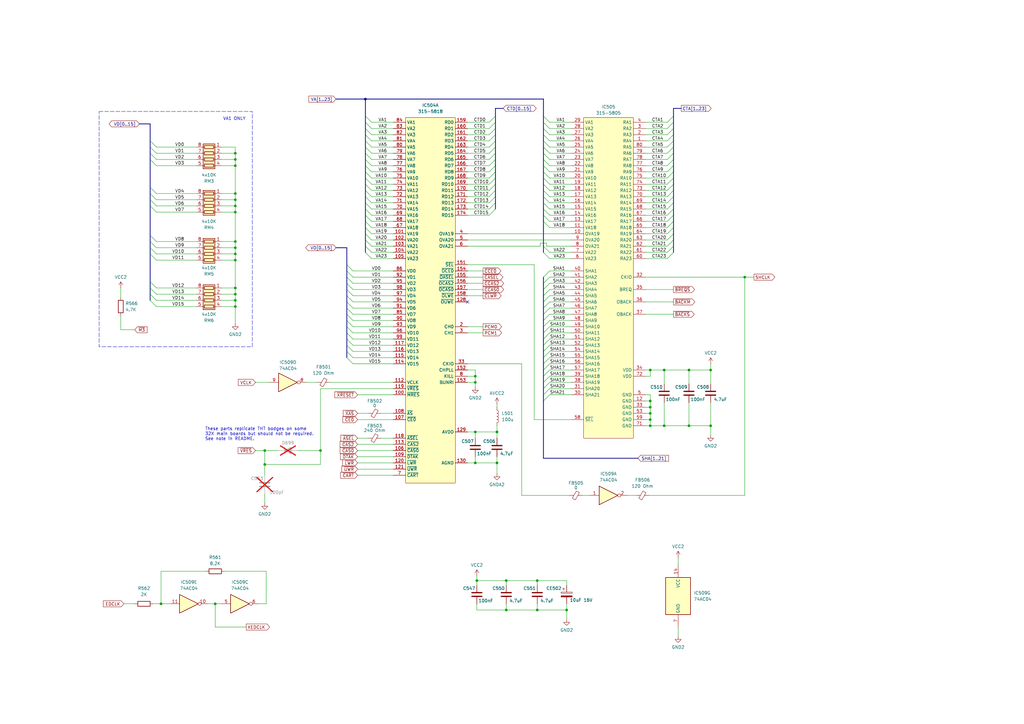
<source format=kicad_sch>
(kicad_sch (version 20250114) (generator "eeschema") (generator_version "9.0")
  (paper "A3")
  (title_block (title "32X Main 1") (date "2025-06-23") (rev "1.5") (company "By Cosam") (comment 1 "Neptune"))
  (rectangle (start 40.64 45.72) (end 103.505 142.24) (stroke (width 0) (type dash)))
  (text "VA1 ONLY" (at 91.44 49.53 0) (effects (font (size 1.27 1.27)) (justify left bottom)))
  (text "These parts replicate THT bodges on some\n32X main boards but should not be required.\nSee note in README.\n" (at 84.074 180.848 0) (effects (font (size 1.27 1.27)) (justify left bottom)))
  (junction (at 96.52 99.06))
  (junction (at 266.7 174.625))
  (junction (at 195.58 238.125))
  (junction (at 96.52 104.14))
  (junction (at 96.52 65.405))
  (junction (at 266.7 169.545))
  (junction (at 131.445 184.785))
  (junction (at 96.52 67.945))
  (junction (at 282.575 174.625))
  (junction (at 194.945 156.845))
  (junction (at 96.52 79.375))
  (junction (at 96.52 106.68))
  (junction (at 220.345 238.125))
  (junction (at 194.945 177.165))
  (junction (at 194.945 154.305))
  (junction (at 220.345 250.19))
  (junction (at 96.52 86.995))
  (junction (at 266.7 151.765))
  (junction (at 96.52 81.915))
  (junction (at 305.435 113.665))
  (junction (at 272.415 174.625))
  (junction (at 96.52 118.11))
  (junction (at 194.945 189.865))
  (junction (at 96.52 84.455))
  (junction (at 266.7 164.465))
  (junction (at 96.52 123.19))
  (junction (at 66.04 247.65))
  (junction (at 96.52 120.65))
  (junction (at 108.585 184.785))
  (junction (at 203.835 177.165))
  (junction (at 88.265 247.65))
  (junction (at 291.465 174.625))
  (junction (at 96.52 101.6))
  (junction (at 207.645 250.19))
  (junction (at 96.52 125.73))
  (junction (at 266.7 167.005))
  (junction (at 96.52 62.865))
  (junction (at 203.835 189.865))
  (junction (at 232.41 250.19))
  (junction (at 272.415 151.765))
  (junction (at 291.465 151.765))
  (junction (at 282.575 151.765))
  (junction (at 108.585 190.5))
  (junction (at 266.7 172.085))
  (junction (at 149.86 40.64))
  (junction (at 207.645 238.125))
  (no_connect (at 191.77 123.825))
  (bus_entry (at 200.66 78.105) (size 2.54 -2.54))
  (bus_entry (at 142.24 128.905) (size 2.54 2.54))
  (bus_entry (at 273.685 55.245) (size 2.54 -2.54))
  (bus_entry (at 225.425 111.125) (size -2.54 2.54))
  (bus_entry (at 225.425 106.045) (size -2.54 -2.54))
  (bus_entry (at 225.425 90.805) (size -2.54 -2.54))
  (bus_entry (at 200.66 52.705) (size 2.54 -2.54))
  (bus_entry (at 61.595 81.915) (size 2.54 2.54))
  (bus_entry (at 152.4 83.185) (size -2.54 -2.54))
  (bus_entry (at 273.685 60.325) (size 2.54 -2.54))
  (bus_entry (at 225.425 159.385) (size -2.54 2.54))
  (bus_entry (at 273.685 62.865) (size 2.54 -2.54))
  (bus_entry (at 200.66 75.565) (size 2.54 -2.54))
  (bus_entry (at 273.685 88.265) (size 2.54 -2.54))
  (bus_entry (at 225.425 75.565) (size -2.54 -2.54))
  (bus_entry (at 142.24 113.665) (size 2.54 2.54))
  (bus_entry (at 200.66 73.025) (size 2.54 -2.54))
  (bus_entry (at 142.24 123.825) (size 2.54 2.54))
  (bus_entry (at 225.425 136.525) (size -2.54 2.54))
  (bus_entry (at 61.595 115.57) (size 2.54 2.54))
  (bus_entry (at 225.425 133.985) (size -2.54 2.54))
  (bus_entry (at 61.595 118.11) (size 2.54 2.54))
  (bus_entry (at 142.24 139.065) (size 2.54 2.54))
  (bus_entry (at 142.24 126.365) (size 2.54 2.54))
  (bus_entry (at 61.595 99.06) (size 2.54 2.54))
  (bus_entry (at 225.425 156.845) (size -2.54 2.54))
  (bus_entry (at 61.595 123.19) (size 2.54 2.54))
  (bus_entry (at 142.24 144.145) (size 2.54 2.54))
  (bus_entry (at 142.24 116.205) (size 2.54 2.54))
  (bus_entry (at 152.4 75.565) (size -2.54 -2.54))
  (bus_entry (at 152.4 60.325) (size -2.54 -2.54))
  (bus_entry (at 225.425 73.025) (size -2.54 -2.54))
  (bus_entry (at 225.425 139.065) (size -2.54 2.54))
  (bus_entry (at 200.66 70.485) (size 2.54 -2.54))
  (bus_entry (at 225.425 65.405) (size -2.54 -2.54))
  (bus_entry (at 142.24 121.285) (size 2.54 2.54))
  (bus_entry (at 152.4 103.505) (size -2.54 -2.54))
  (bus_entry (at 152.4 106.045) (size -2.54 -2.54))
  (bus_entry (at 225.425 121.285) (size -2.54 2.54))
  (bus_entry (at 200.66 55.245) (size 2.54 -2.54))
  (bus_entry (at 225.425 131.445) (size -2.54 2.54))
  (bus_entry (at 225.425 93.345) (size -2.54 -2.54))
  (bus_entry (at 273.685 85.725) (size 2.54 -2.54))
  (bus_entry (at 225.425 151.765) (size -2.54 2.54))
  (bus_entry (at 61.595 96.52) (size 2.54 2.54))
  (bus_entry (at 225.425 88.265) (size -2.54 -2.54))
  (bus_entry (at 142.24 131.445) (size 2.54 2.54))
  (bus_entry (at 225.425 103.505) (size -2.54 -2.54))
  (bus_entry (at 225.425 123.825) (size -2.54 2.54))
  (bus_entry (at 61.595 120.65) (size 2.54 2.54))
  (bus_entry (at 273.685 75.565) (size 2.54 -2.54))
  (bus_entry (at 142.24 108.585) (size 2.54 2.54))
  (bus_entry (at 152.4 95.885) (size -2.54 -2.54))
  (bus_entry (at 273.685 83.185) (size 2.54 -2.54))
  (bus_entry (at 200.66 50.165) (size 2.54 -2.54))
  (bus_entry (at 273.685 67.945) (size 2.54 -2.54))
  (bus_entry (at 273.685 103.505) (size 2.54 -2.54))
  (bus_entry (at 273.685 93.345) (size 2.54 -2.54))
  (bus_entry (at 273.685 70.485) (size 2.54 -2.54))
  (bus_entry (at 152.4 88.265) (size -2.54 -2.54))
  (bus_entry (at 225.425 116.205) (size -2.54 2.54))
  (bus_entry (at 61.595 101.6) (size 2.54 2.54))
  (bus_entry (at 152.4 100.965) (size -2.54 -2.54))
  (bus_entry (at 152.4 55.245) (size -2.54 -2.54))
  (bus_entry (at 152.4 62.865) (size -2.54 -2.54))
  (bus_entry (at 200.66 57.785) (size 2.54 -2.54))
  (bus_entry (at 200.66 85.725) (size 2.54 -2.54))
  (bus_entry (at 152.4 70.485) (size -2.54 -2.54))
  (bus_entry (at 225.425 118.745) (size -2.54 2.54))
  (bus_entry (at 152.4 57.785) (size -2.54 -2.54))
  (bus_entry (at 61.595 76.835) (size 2.54 2.54))
  (bus_entry (at 225.425 52.705) (size -2.54 -2.54))
  (bus_entry (at 225.425 146.685) (size -2.54 2.54))
  (bus_entry (at 225.425 57.785) (size -2.54 -2.54))
  (bus_entry (at 225.425 85.725) (size -2.54 -2.54))
  (bus_entry (at 152.4 98.425) (size -2.54 -2.54))
  (bus_entry (at 152.4 93.345) (size -2.54 -2.54))
  (bus_entry (at 200.66 83.185) (size 2.54 -2.54))
  (bus_entry (at 200.66 88.265) (size 2.54 -2.54))
  (bus_entry (at 61.595 65.405) (size 2.54 2.54))
  (bus_entry (at 200.66 67.945) (size 2.54 -2.54))
  (bus_entry (at 273.685 106.045) (size 2.54 -2.54))
  (bus_entry (at 61.595 60.325) (size 2.54 2.54))
  (bus_entry (at 142.24 141.605) (size 2.54 2.54))
  (bus_entry (at 225.425 60.325) (size -2.54 -2.54))
  (bus_entry (at 152.4 85.725) (size -2.54 -2.54))
  (bus_entry (at 225.425 50.165) (size -2.54 -2.54))
  (bus_entry (at 273.685 78.105) (size 2.54 -2.54))
  (bus_entry (at 225.425 141.605) (size -2.54 2.54))
  (bus_entry (at 200.66 62.865) (size 2.54 -2.54))
  (bus_entry (at 61.595 104.14) (size 2.54 2.54))
  (bus_entry (at 142.24 136.525) (size 2.54 2.54))
  (bus_entry (at 225.425 62.865) (size -2.54 -2.54))
  (bus_entry (at 225.425 144.145) (size -2.54 2.54))
  (bus_entry (at 152.4 50.165) (size -2.54 -2.54))
  (bus_entry (at 273.685 57.785) (size 2.54 -2.54))
  (bus_entry (at 225.425 154.305) (size -2.54 2.54))
  (bus_entry (at 273.685 95.885) (size 2.54 -2.54))
  (bus_entry (at 225.425 113.665) (size -2.54 2.54))
  (bus_entry (at 225.425 161.925) (size -2.54 2.54))
  (bus_entry (at 225.425 78.105) (size -2.54 -2.54))
  (bus_entry (at 225.425 126.365) (size -2.54 2.54))
  (bus_entry (at 273.685 50.165) (size 2.54 -2.54))
  (bus_entry (at 273.685 100.965) (size 2.54 -2.54))
  (bus_entry (at 273.685 73.025) (size 2.54 -2.54))
  (bus_entry (at 225.425 149.225) (size -2.54 2.54))
  (bus_entry (at 273.685 90.805) (size 2.54 -2.54))
  (bus_entry (at 225.425 70.485) (size -2.54 -2.54))
  (bus_entry (at 152.4 90.805) (size -2.54 -2.54))
  (bus_entry (at 142.24 118.745) (size 2.54 2.54))
  (bus_entry (at 273.685 65.405) (size 2.54 -2.54))
  (bus_entry (at 142.24 133.985) (size 2.54 2.54))
  (bus_entry (at 152.4 67.945) (size -2.54 -2.54))
  (bus_entry (at 225.425 55.245) (size -2.54 -2.54))
  (bus_entry (at 273.685 80.645) (size 2.54 -2.54))
  (bus_entry (at 61.595 84.455) (size 2.54 2.54))
  (bus_entry (at 200.66 80.645) (size 2.54 -2.54))
  (bus_entry (at 225.425 67.945) (size -2.54 -2.54))
  (bus_entry (at 225.425 80.645) (size -2.54 -2.54))
  (bus_entry (at 273.685 98.425) (size 2.54 -2.54))
  (bus_entry (at 152.4 73.025) (size -2.54 -2.54))
  (bus_entry (at 61.595 57.785) (size 2.54 2.54))
  (bus_entry (at 152.4 52.705) (size -2.54 -2.54))
  (bus_entry (at 61.595 62.865) (size 2.54 2.54))
  (bus_entry (at 61.595 79.375) (size 2.54 2.54))
  (bus_entry (at 200.66 60.325) (size 2.54 -2.54))
  (bus_entry (at 225.425 83.185) (size -2.54 -2.54))
  (bus_entry (at 142.24 111.125) (size 2.54 2.54))
  (bus_entry (at 152.4 65.405) (size -2.54 -2.54))
  (bus_entry (at 142.24 146.685) (size 2.54 2.54))
  (bus_entry (at 273.685 52.705) (size 2.54 -2.54))
  (bus_entry (at 200.66 65.405) (size 2.54 -2.54))
  (bus_entry (at 152.4 78.105) (size -2.54 -2.54))
  (bus_entry (at 225.425 128.905) (size -2.54 2.54))
  (bus_entry (at 152.4 80.645) (size -2.54 -2.54))
  (wire (pts (xy 219.075 108.585) (xy 191.77 108.585)))
  (wire (pts (xy 90.805 104.14) (xy 96.52 104.14)))
  (bus (pts (xy 149.86 57.785) (xy 149.86 55.245)))
  (wire (pts (xy 191.77 154.305) (xy 194.945 154.305)))
  (wire (pts (xy 49.53 129.54) (xy 49.53 135.255)))
  (wire (pts (xy 305.435 113.665) (xy 309.245 113.665)))
  (wire (pts (xy 109.22 247.65) (xy 109.22 234.315)))
  (wire (pts (xy 104.775 184.785) (xy 108.585 184.785)))
  (bus (pts (xy 203.2 67.945) (xy 203.2 65.405)))
  (bus (pts (xy 61.595 101.6) (xy 61.595 99.06)))
  (wire (pts (xy 191.77 60.325) (xy 200.66 60.325)))
  (bus (pts (xy 222.885 75.565) (xy 222.885 73.025)))
  (wire (pts (xy 64.135 101.6) (xy 80.645 101.6)))
  (wire (pts (xy 144.78 113.665) (xy 161.29 113.665)))
  (wire (pts (xy 191.77 55.245) (xy 200.66 55.245)))
  (wire (pts (xy 195.58 247.65) (xy 195.58 250.19)))
  (wire (pts (xy 90.805 62.865) (xy 96.52 62.865)))
  (bus (pts (xy 222.885 83.185) (xy 222.885 80.645)))
  (wire (pts (xy 282.575 151.765) (xy 291.465 151.765)))
  (wire (pts (xy 220.345 238.125) (xy 220.345 240.03)))
  (bus (pts (xy 203.2 57.785) (xy 203.2 55.245)))
  (bus (pts (xy 222.885 131.445) (xy 222.885 133.985)))
  (bus (pts (xy 222.885 128.905) (xy 222.885 131.445)))
  (wire (pts (xy 282.575 174.625) (xy 291.465 174.625)))
  (wire (pts (xy 161.29 55.245) (xy 152.4 55.245)))
  (wire (pts (xy 161.29 98.425) (xy 152.4 98.425)))
  (wire (pts (xy 234.315 83.185) (xy 225.425 83.185)))
  (wire (pts (xy 234.315 62.865) (xy 225.425 62.865)))
  (wire (pts (xy 90.805 86.995) (xy 96.52 86.995)))
  (bus (pts (xy 149.86 88.265) (xy 149.86 85.725)))
  (wire (pts (xy 191.77 65.405) (xy 200.66 65.405)))
  (bus (pts (xy 203.2 44.45) (xy 206.375 44.45)))
  (bus (pts (xy 149.86 98.425) (xy 149.86 95.885)))
  (bus (pts (xy 149.86 78.105) (xy 149.86 75.565)))
  (wire (pts (xy 191.77 57.785) (xy 200.66 57.785)))
  (wire (pts (xy 234.315 50.165) (xy 225.425 50.165)))
  (wire (pts (xy 191.77 80.645) (xy 200.66 80.645)))
  (wire (pts (xy 272.415 151.765) (xy 282.575 151.765)))
  (wire (pts (xy 264.795 118.745) (xy 276.225 118.745)))
  (wire (pts (xy 64.135 123.19) (xy 80.645 123.19)))
  (wire (pts (xy 264.795 62.865) (xy 273.685 62.865)))
  (bus (pts (xy 61.595 65.405) (xy 61.595 76.835)))
  (wire (pts (xy 84.455 234.315) (xy 66.04 234.315)))
  (bus (pts (xy 222.885 70.485) (xy 222.885 67.945)))
  (wire (pts (xy 156.21 179.705) (xy 161.29 179.705)))
  (bus (pts (xy 149.86 100.965) (xy 149.86 98.425)))
  (wire (pts (xy 62.865 247.65) (xy 66.04 247.65)))
  (wire (pts (xy 278.13 257.175) (xy 278.13 260.985)))
  (wire (pts (xy 264.795 83.185) (xy 273.685 83.185)))
  (bus (pts (xy 61.595 99.06) (xy 61.595 96.52)))
  (wire (pts (xy 161.29 103.505) (xy 152.4 103.505)))
  (wire (pts (xy 282.575 151.765) (xy 282.575 157.48)))
  (wire (pts (xy 219.075 172.085) (xy 219.075 108.585)))
  (wire (pts (xy 234.315 141.605) (xy 225.425 141.605)))
  (bus (pts (xy 222.885 123.825) (xy 222.885 126.365)))
  (wire (pts (xy 144.78 131.445) (xy 161.29 131.445)))
  (wire (pts (xy 191.77 113.665) (xy 198.12 113.665)))
  (wire (pts (xy 64.135 106.68) (xy 80.645 106.68)))
  (wire (pts (xy 144.78 126.365) (xy 161.29 126.365)))
  (bus (pts (xy 222.885 187.96) (xy 222.885 164.465)))
  (wire (pts (xy 96.52 125.73) (xy 96.52 132.715)))
  (wire (pts (xy 96.52 86.995) (xy 96.52 99.06)))
  (wire (pts (xy 264.795 65.405) (xy 273.685 65.405)))
  (bus (pts (xy 203.2 65.405) (xy 203.2 62.865)))
  (wire (pts (xy 66.04 247.65) (xy 69.85 247.65)))
  (wire (pts (xy 264.795 172.085) (xy 266.7 172.085)))
  (wire (pts (xy 191.77 111.125) (xy 198.12 111.125)))
  (wire (pts (xy 64.135 84.455) (xy 80.645 84.455)))
  (wire (pts (xy 64.135 62.865) (xy 80.645 62.865)))
  (wire (pts (xy 161.29 106.045) (xy 152.4 106.045)))
  (bus (pts (xy 61.595 104.14) (xy 61.595 115.57)))
  (wire (pts (xy 161.29 52.705) (xy 152.4 52.705)))
  (wire (pts (xy 64.135 118.11) (xy 80.645 118.11)))
  (wire (pts (xy 234.315 131.445) (xy 225.425 131.445)))
  (bus (pts (xy 222.885 144.145) (xy 222.885 146.685)))
  (bus (pts (xy 203.2 47.625) (xy 203.2 44.45)))
  (wire (pts (xy 96.52 123.19) (xy 96.52 125.73)))
  (bus (pts (xy 222.885 136.525) (xy 222.885 139.065)))
  (wire (pts (xy 264.795 57.785) (xy 273.685 57.785)))
  (wire (pts (xy 90.805 65.405) (xy 96.52 65.405)))
  (wire (pts (xy 96.52 65.405) (xy 96.52 67.945)))
  (bus (pts (xy 222.885 151.765) (xy 222.885 154.305)))
  (bus (pts (xy 276.225 55.245) (xy 276.225 52.705)))
  (wire (pts (xy 264.795 67.945) (xy 273.685 67.945)))
  (wire (pts (xy 161.29 78.105) (xy 152.4 78.105)))
  (wire (pts (xy 121.92 184.785) (xy 131.445 184.785)))
  (wire (pts (xy 108.585 184.785) (xy 114.3 184.785)))
  (bus (pts (xy 203.2 78.105) (xy 203.2 75.565)))
  (bus (pts (xy 222.885 139.065) (xy 222.885 141.605)))
  (wire (pts (xy 266.7 151.765) (xy 266.7 154.305)))
  (bus (pts (xy 203.2 70.485) (xy 203.2 67.945)))
  (bus (pts (xy 61.595 65.405) (xy 61.595 62.865)))
  (wire (pts (xy 264.795 161.925) (xy 266.7 161.925)))
  (wire (pts (xy 144.78 116.205) (xy 161.29 116.205)))
  (wire (pts (xy 221.615 99.695) (xy 221.615 100.965)))
  (bus (pts (xy 276.225 62.865) (xy 276.225 60.325)))
  (wire (pts (xy 234.315 136.525) (xy 225.425 136.525)))
  (bus (pts (xy 276.225 75.565) (xy 276.225 73.025)))
  (bus (pts (xy 149.86 52.705) (xy 149.86 50.165)))
  (wire (pts (xy 191.77 50.165) (xy 200.66 50.165)))
  (bus (pts (xy 276.225 50.165) (xy 276.225 52.705)))
  (wire (pts (xy 161.29 88.265) (xy 152.4 88.265)))
  (bus (pts (xy 203.2 60.325) (xy 203.2 57.785)))
  (wire (pts (xy 191.77 62.865) (xy 200.66 62.865)))
  (wire (pts (xy 264.795 78.105) (xy 273.685 78.105)))
  (wire (pts (xy 234.315 106.045) (xy 225.425 106.045)))
  (wire (pts (xy 90.805 106.68) (xy 96.52 106.68)))
  (bus (pts (xy 276.225 47.625) (xy 276.225 50.165)))
  (bus (pts (xy 276.225 80.645) (xy 276.225 78.105)))
  (wire (pts (xy 64.135 81.915) (xy 80.645 81.915)))
  (wire (pts (xy 161.29 73.025) (xy 152.4 73.025)))
  (wire (pts (xy 272.415 165.1) (xy 272.415 174.625)))
  (wire (pts (xy 264.795 164.465) (xy 266.7 164.465)))
  (wire (pts (xy 266.7 161.925) (xy 266.7 164.465)))
  (wire (pts (xy 234.315 151.765) (xy 225.425 151.765)))
  (bus (pts (xy 222.885 40.64) (xy 149.86 40.64)))
  (bus (pts (xy 276.225 90.805) (xy 276.225 88.265)))
  (bus (pts (xy 276.225 67.945) (xy 276.225 65.405)))
  (bus (pts (xy 222.885 100.965) (xy 222.885 103.505)))
  (bus (pts (xy 222.885 73.025) (xy 222.885 70.485)))
  (wire (pts (xy 146.685 169.545) (xy 151.13 169.545)))
  (wire (pts (xy 234.315 78.105) (xy 225.425 78.105)))
  (wire (pts (xy 85.09 247.65) (xy 88.265 247.65)))
  (bus (pts (xy 61.595 115.57) (xy 61.595 118.11)))
  (wire (pts (xy 264.795 85.725) (xy 273.685 85.725)))
  (wire (pts (xy 234.315 172.085) (xy 219.075 172.085)))
  (wire (pts (xy 191.77 133.985) (xy 198.12 133.985)))
  (wire (pts (xy 213.995 203.2) (xy 233.68 203.2)))
  (wire (pts (xy 191.77 78.105) (xy 200.66 78.105)))
  (wire (pts (xy 234.315 149.225) (xy 225.425 149.225)))
  (wire (pts (xy 90.805 118.11) (xy 96.52 118.11)))
  (bus (pts (xy 142.24 146.685) (xy 142.24 144.145)))
  (wire (pts (xy 146.685 184.785) (xy 161.29 184.785)))
  (bus (pts (xy 222.885 88.265) (xy 222.885 85.725)))
  (wire (pts (xy 66.04 234.315) (xy 66.04 247.65)))
  (bus (pts (xy 149.86 95.885) (xy 149.86 93.345)))
  (bus (pts (xy 222.885 159.385) (xy 222.885 161.925)))
  (wire (pts (xy 264.795 60.325) (xy 273.685 60.325)))
  (bus (pts (xy 222.885 113.665) (xy 222.885 116.205)))
  (wire (pts (xy 191.77 67.945) (xy 200.66 67.945)))
  (bus (pts (xy 222.885 156.845) (xy 222.885 159.385)))
  (wire (pts (xy 234.315 126.365) (xy 225.425 126.365)))
  (wire (pts (xy 191.77 149.225) (xy 213.995 149.225)))
  (wire (pts (xy 49.53 118.11) (xy 49.53 121.92)))
  (bus (pts (xy 142.24 128.905) (xy 142.24 126.365)))
  (wire (pts (xy 96.52 67.945) (xy 96.52 79.375)))
  (bus (pts (xy 149.86 80.645) (xy 149.86 78.105)))
  (wire (pts (xy 64.135 67.945) (xy 80.645 67.945)))
  (bus (pts (xy 61.595 120.65) (xy 61.595 118.11)))
  (bus (pts (xy 149.86 55.245) (xy 149.86 52.705)))
  (wire (pts (xy 191.77 85.725) (xy 200.66 85.725)))
  (wire (pts (xy 88.265 257.175) (xy 100.965 257.175)))
  (wire (pts (xy 264.795 55.245) (xy 273.685 55.245)))
  (wire (pts (xy 88.265 247.65) (xy 88.265 257.175)))
  (wire (pts (xy 64.135 104.14) (xy 80.645 104.14)))
  (wire (pts (xy 161.29 60.325) (xy 152.4 60.325)))
  (bus (pts (xy 203.2 83.185) (xy 203.2 80.645)))
  (wire (pts (xy 109.22 234.315) (xy 92.075 234.315)))
  (bus (pts (xy 142.24 101.6) (xy 142.24 108.585)))
  (wire (pts (xy 125.73 156.845) (xy 130.175 156.845)))
  (bus (pts (xy 142.24 144.145) (xy 142.24 141.605)))
  (wire (pts (xy 264.795 52.705) (xy 273.685 52.705)))
  (wire (pts (xy 203.835 177.165) (xy 203.835 179.705)))
  (wire (pts (xy 156.21 169.545) (xy 161.29 169.545)))
  (wire (pts (xy 96.52 120.65) (xy 96.52 123.19)))
  (wire (pts (xy 161.29 93.345) (xy 152.4 93.345)))
  (wire (pts (xy 266.7 167.005) (xy 266.7 169.545)))
  (wire (pts (xy 221.615 100.965) (xy 191.77 100.965)))
  (wire (pts (xy 146.685 172.085) (xy 161.29 172.085)))
  (bus (pts (xy 142.24 116.205) (xy 142.24 113.665)))
  (wire (pts (xy 264.795 169.545) (xy 266.7 169.545)))
  (wire (pts (xy 234.315 111.125) (xy 225.425 111.125)))
  (wire (pts (xy 234.315 128.905) (xy 225.425 128.905)))
  (bus (pts (xy 222.885 60.325) (xy 222.885 57.785)))
  (bus (pts (xy 261.62 187.96) (xy 222.885 187.96)))
  (bus (pts (xy 61.595 79.375) (xy 61.595 76.835)))
  (bus (pts (xy 61.595 50.8) (xy 61.595 57.785)))
  (wire (pts (xy 234.315 146.685) (xy 225.425 146.685)))
  (wire (pts (xy 234.315 88.265) (xy 225.425 88.265)))
  (wire (pts (xy 266.7 154.305) (xy 264.795 154.305)))
  (wire (pts (xy 234.315 57.785) (xy 225.425 57.785)))
  (bus (pts (xy 222.885 141.605) (xy 222.885 144.145)))
  (wire (pts (xy 90.805 120.65) (xy 96.52 120.65)))
  (wire (pts (xy 146.685 194.945) (xy 161.29 194.945)))
  (wire (pts (xy 234.315 118.745) (xy 225.425 118.745)))
  (wire (pts (xy 88.265 247.65) (xy 90.805 247.65)))
  (wire (pts (xy 144.78 128.905) (xy 161.29 128.905)))
  (wire (pts (xy 234.315 85.725) (xy 225.425 85.725)))
  (wire (pts (xy 234.315 116.205) (xy 225.425 116.205)))
  (wire (pts (xy 234.315 80.645) (xy 225.425 80.645)))
  (wire (pts (xy 234.315 65.405) (xy 225.425 65.405)))
  (wire (pts (xy 96.52 79.375) (xy 96.52 81.915)))
  (bus (pts (xy 142.24 113.665) (xy 142.24 111.125)))
  (bus (pts (xy 276.225 95.885) (xy 276.225 93.345)))
  (wire (pts (xy 203.835 189.865) (xy 203.835 194.31)))
  (wire (pts (xy 238.76 203.2) (xy 241.935 203.2)))
  (bus (pts (xy 149.86 75.565) (xy 149.86 73.025)))
  (bus (pts (xy 149.86 103.505) (xy 149.86 100.965)))
  (wire (pts (xy 144.78 149.225) (xy 161.29 149.225)))
  (wire (pts (xy 64.135 86.995) (xy 80.645 86.995)))
  (bus (pts (xy 137.795 40.64) (xy 149.86 40.64)))
  (wire (pts (xy 161.29 50.165) (xy 152.4 50.165)))
  (wire (pts (xy 161.29 62.865) (xy 152.4 62.865)))
  (wire (pts (xy 131.445 159.385) (xy 131.445 184.785)))
  (wire (pts (xy 194.945 177.165) (xy 203.835 177.165)))
  (bus (pts (xy 149.86 90.805) (xy 149.86 88.265)))
  (bus (pts (xy 222.885 65.405) (xy 222.885 62.865)))
  (wire (pts (xy 195.58 250.19) (xy 207.645 250.19)))
  (wire (pts (xy 191.77 95.885) (xy 234.315 95.885)))
  (wire (pts (xy 264.795 95.885) (xy 273.685 95.885)))
  (wire (pts (xy 220.345 250.19) (xy 220.345 247.65)))
  (wire (pts (xy 234.315 156.845) (xy 225.425 156.845)))
  (bus (pts (xy 142.24 139.065) (xy 142.24 136.525)))
  (wire (pts (xy 64.135 79.375) (xy 80.645 79.375)))
  (bus (pts (xy 149.86 67.945) (xy 149.86 65.405)))
  (bus (pts (xy 276.225 70.485) (xy 276.225 73.025)))
  (wire (pts (xy 90.805 123.19) (xy 96.52 123.19)))
  (bus (pts (xy 222.885 78.105) (xy 222.885 75.565)))
  (wire (pts (xy 266.7 164.465) (xy 266.7 167.005)))
  (wire (pts (xy 194.945 154.305) (xy 194.945 156.845)))
  (wire (pts (xy 234.315 55.245) (xy 225.425 55.245)))
  (wire (pts (xy 191.77 189.865) (xy 194.945 189.865)))
  (wire (pts (xy 234.315 103.505) (xy 225.425 103.505)))
  (bus (pts (xy 203.2 52.705) (xy 203.2 50.165)))
  (wire (pts (xy 96.52 104.14) (xy 96.52 106.68)))
  (wire (pts (xy 96.52 81.915) (xy 96.52 84.455)))
  (bus (pts (xy 222.885 62.865) (xy 222.885 60.325)))
  (bus (pts (xy 61.595 79.375) (xy 61.595 81.915)))
  (bus (pts (xy 203.2 85.725) (xy 203.2 83.185)))
  (wire (pts (xy 203.835 177.165) (xy 203.835 174.625)))
  (wire (pts (xy 191.77 73.025) (xy 200.66 73.025)))
  (wire (pts (xy 232.41 250.19) (xy 232.41 254)))
  (bus (pts (xy 222.885 90.805) (xy 222.885 88.265)))
  (wire (pts (xy 146.685 161.925) (xy 161.29 161.925)))
  (wire (pts (xy 203.835 187.325) (xy 203.835 189.865)))
  (bus (pts (xy 142.24 118.745) (xy 142.24 116.205)))
  (wire (pts (xy 90.805 99.06) (xy 96.52 99.06)))
  (wire (pts (xy 191.77 116.205) (xy 198.12 116.205)))
  (wire (pts (xy 264.795 103.505) (xy 273.685 103.505)))
  (wire (pts (xy 144.78 118.745) (xy 161.29 118.745)))
  (wire (pts (xy 264.795 100.965) (xy 273.685 100.965)))
  (wire (pts (xy 232.41 250.19) (xy 220.345 250.19)))
  (wire (pts (xy 146.685 189.865) (xy 161.29 189.865)))
  (wire (pts (xy 64.135 65.405) (xy 80.645 65.405)))
  (wire (pts (xy 224.155 99.695) (xy 224.155 100.965)))
  (bus (pts (xy 222.885 90.805) (xy 222.885 100.965)))
  (wire (pts (xy 234.315 93.345) (xy 225.425 93.345)))
  (wire (pts (xy 264.795 113.665) (xy 305.435 113.665)))
  (wire (pts (xy 161.29 65.405) (xy 152.4 65.405)))
  (wire (pts (xy 191.77 118.745) (xy 198.12 118.745)))
  (wire (pts (xy 161.29 75.565) (xy 152.4 75.565)))
  (wire (pts (xy 232.41 238.125) (xy 232.41 240.03)))
  (bus (pts (xy 222.885 149.225) (xy 222.885 151.765)))
  (wire (pts (xy 207.645 250.19) (xy 220.345 250.19)))
  (wire (pts (xy 234.315 123.825) (xy 225.425 123.825)))
  (bus (pts (xy 203.2 62.865) (xy 203.2 60.325)))
  (wire (pts (xy 194.945 187.325) (xy 194.945 189.865)))
  (wire (pts (xy 90.805 60.325) (xy 96.52 60.325)))
  (wire (pts (xy 266.7 174.625) (xy 272.415 174.625)))
  (bus (pts (xy 149.86 83.185) (xy 149.86 80.645)))
  (wire (pts (xy 146.685 179.705) (xy 151.13 179.705)))
  (bus (pts (xy 222.885 116.205) (xy 222.885 118.745)))
  (bus (pts (xy 203.2 80.645) (xy 203.2 78.105)))
  (bus (pts (xy 61.595 84.455) (xy 61.595 96.52)))
  (wire (pts (xy 90.805 84.455) (xy 96.52 84.455)))
  (wire (pts (xy 272.415 174.625) (xy 282.575 174.625)))
  (wire (pts (xy 161.29 100.965) (xy 152.4 100.965)))
  (bus (pts (xy 149.86 60.325) (xy 149.86 57.785)))
  (wire (pts (xy 234.315 144.145) (xy 225.425 144.145)))
  (wire (pts (xy 194.945 177.165) (xy 194.945 179.705)))
  (bus (pts (xy 142.24 123.825) (xy 142.24 121.285)))
  (wire (pts (xy 90.805 125.73) (xy 96.52 125.73)))
  (wire (pts (xy 234.315 161.925) (xy 225.425 161.925)))
  (wire (pts (xy 264.795 123.825) (xy 276.225 123.825)))
  (wire (pts (xy 264.795 167.005) (xy 266.7 167.005)))
  (wire (pts (xy 194.945 156.845) (xy 194.945 158.75)))
  (wire (pts (xy 221.615 99.695) (xy 224.155 99.695)))
  (wire (pts (xy 64.135 60.325) (xy 80.645 60.325)))
  (bus (pts (xy 222.885 57.785) (xy 222.885 55.245)))
  (wire (pts (xy 232.41 250.19) (xy 232.41 247.65)))
  (wire (pts (xy 144.78 123.825) (xy 161.29 123.825)))
  (bus (pts (xy 222.885 67.945) (xy 222.885 65.405)))
  (wire (pts (xy 282.575 165.1) (xy 282.575 174.625)))
  (bus (pts (xy 276.225 78.105) (xy 276.225 75.565)))
  (bus (pts (xy 276.225 44.45) (xy 276.225 47.625)))
  (wire (pts (xy 144.78 136.525) (xy 161.29 136.525)))
  (wire (pts (xy 291.465 174.625) (xy 291.465 178.435)))
  (wire (pts (xy 291.465 151.765) (xy 291.465 149.225)))
  (wire (pts (xy 146.685 182.245) (xy 161.29 182.245)))
  (wire (pts (xy 234.315 121.285) (xy 225.425 121.285)))
  (wire (pts (xy 191.77 156.845) (xy 194.945 156.845)))
  (wire (pts (xy 146.685 192.405) (xy 161.29 192.405)))
  (bus (pts (xy 222.885 156.845) (xy 222.885 154.305)))
  (wire (pts (xy 90.805 67.945) (xy 96.52 67.945)))
  (bus (pts (xy 149.86 40.64) (xy 149.86 47.625)))
  (bus (pts (xy 149.86 65.405) (xy 149.86 62.865)))
  (wire (pts (xy 96.52 84.455) (xy 96.52 86.995)))
  (bus (pts (xy 142.24 141.605) (xy 142.24 139.065)))
  (wire (pts (xy 108.585 190.5) (xy 108.585 184.785)))
  (wire (pts (xy 264.795 50.165) (xy 273.685 50.165)))
  (wire (pts (xy 191.77 136.525) (xy 198.12 136.525)))
  (wire (pts (xy 278.13 228.6) (xy 278.13 231.775)))
  (wire (pts (xy 64.135 99.06) (xy 80.645 99.06)))
  (wire (pts (xy 266.7 174.625) (xy 264.795 174.625)))
  (wire (pts (xy 257.175 203.2) (xy 260.985 203.2)))
  (bus (pts (xy 57.15 50.8) (xy 61.595 50.8)))
  (bus (pts (xy 276.225 98.425) (xy 276.225 95.885)))
  (bus (pts (xy 142.24 126.365) (xy 142.24 123.825)))
  (wire (pts (xy 264.795 128.905) (xy 276.225 128.905)))
  (bus (pts (xy 149.86 50.165) (xy 149.86 47.625)))
  (wire (pts (xy 144.78 146.685) (xy 161.29 146.685)))
  (bus (pts (xy 276.225 44.45) (xy 279.4 44.45)))
  (wire (pts (xy 264.795 70.485) (xy 273.685 70.485)))
  (wire (pts (xy 161.29 70.485) (xy 152.4 70.485)))
  (bus (pts (xy 142.24 136.525) (xy 142.24 133.985)))
  (wire (pts (xy 191.77 88.265) (xy 200.66 88.265)))
  (wire (pts (xy 207.645 250.19) (xy 207.645 247.65)))
  (wire (pts (xy 234.315 73.025) (xy 225.425 73.025)))
  (bus (pts (xy 222.885 118.745) (xy 222.885 121.285)))
  (wire (pts (xy 96.52 99.06) (xy 96.52 101.6)))
  (wire (pts (xy 191.77 177.165) (xy 194.945 177.165)))
  (wire (pts (xy 144.78 133.985) (xy 161.29 133.985)))
  (bus (pts (xy 276.225 85.725) (xy 276.225 83.185)))
  (wire (pts (xy 264.795 93.345) (xy 273.685 93.345)))
  (wire (pts (xy 64.135 125.73) (xy 80.645 125.73)))
  (wire (pts (xy 161.29 80.645) (xy 152.4 80.645)))
  (wire (pts (xy 90.805 79.375) (xy 96.52 79.375)))
  (wire (pts (xy 64.135 120.65) (xy 80.645 120.65)))
  (wire (pts (xy 234.315 67.945) (xy 225.425 67.945)))
  (bus (pts (xy 61.595 123.19) (xy 61.595 120.65)))
  (wire (pts (xy 234.315 133.985) (xy 225.425 133.985)))
  (bus (pts (xy 142.24 131.445) (xy 142.24 128.905)))
  (wire (pts (xy 104.775 156.845) (xy 110.49 156.845)))
  (bus (pts (xy 276.225 93.345) (xy 276.225 90.805)))
  (bus (pts (xy 222.885 161.925) (xy 222.885 164.465)))
  (bus (pts (xy 222.885 146.685) (xy 222.885 149.225)))
  (wire (pts (xy 131.445 159.385) (xy 161.29 159.385)))
  (wire (pts (xy 234.315 159.385) (xy 225.425 159.385)))
  (wire (pts (xy 191.77 52.705) (xy 200.66 52.705)))
  (wire (pts (xy 224.155 100.965) (xy 234.315 100.965)))
  (wire (pts (xy 234.315 52.705) (xy 225.425 52.705)))
  (wire (pts (xy 144.78 121.285) (xy 161.29 121.285)))
  (bus (pts (xy 142.24 133.985) (xy 142.24 131.445)))
  (wire (pts (xy 96.52 118.11) (xy 96.52 120.65)))
  (bus (pts (xy 61.595 104.14) (xy 61.595 101.6)))
  (wire (pts (xy 50.8 247.65) (xy 55.245 247.65)))
  (bus (pts (xy 149.86 70.485) (xy 149.86 67.945)))
  (bus (pts (xy 276.225 57.785) (xy 276.225 55.245)))
  (bus (pts (xy 149.86 62.865) (xy 149.86 60.325)))
  (bus (pts (xy 222.885 80.645) (xy 222.885 78.105)))
  (wire (pts (xy 161.29 57.785) (xy 152.4 57.785)))
  (bus (pts (xy 276.225 65.405) (xy 276.225 62.865)))
  (wire (pts (xy 203.835 165.735) (xy 203.835 167.005)))
  (wire (pts (xy 264.795 106.045) (xy 273.685 106.045)))
  (wire (pts (xy 264.795 98.425) (xy 273.685 98.425)))
  (wire (pts (xy 144.78 111.125) (xy 161.29 111.125)))
  (bus (pts (xy 222.885 55.245) (xy 222.885 52.705)))
  (bus (pts (xy 276.225 100.965) (xy 276.225 98.425)))
  (wire (pts (xy 144.78 139.065) (xy 161.29 139.065)))
  (wire (pts (xy 146.685 187.325) (xy 161.29 187.325)))
  (bus (pts (xy 61.595 62.865) (xy 61.595 60.325)))
  (wire (pts (xy 96.52 62.865) (xy 96.52 65.405)))
  (wire (pts (xy 161.29 67.945) (xy 152.4 67.945)))
  (wire (pts (xy 264.795 151.765) (xy 266.7 151.765)))
  (bus (pts (xy 149.86 73.025) (xy 149.86 70.485)))
  (bus (pts (xy 203.2 73.025) (xy 203.2 70.485)))
  (wire (pts (xy 144.78 144.145) (xy 161.29 144.145)))
  (wire (pts (xy 195.58 236.22) (xy 195.58 238.125)))
  (wire (pts (xy 135.255 156.845) (xy 161.29 156.845)))
  (wire (pts (xy 195.58 238.125) (xy 207.645 238.125)))
  (wire (pts (xy 264.795 90.805) (xy 273.685 90.805)))
  (wire (pts (xy 194.945 189.865) (xy 203.835 189.865)))
  (wire (pts (xy 108.585 202.565) (xy 108.585 206.375)))
  (wire (pts (xy 234.315 90.805) (xy 225.425 90.805)))
  (bus (pts (xy 149.86 85.725) (xy 149.86 83.185)))
  (bus (pts (xy 203.2 75.565) (xy 203.2 73.025)))
  (wire (pts (xy 207.645 238.125) (xy 207.645 240.03)))
  (bus (pts (xy 149.86 93.345) (xy 149.86 90.805)))
  (wire (pts (xy 305.435 203.2) (xy 266.065 203.2)))
  (wire (pts (xy 291.465 151.765) (xy 291.465 157.48)))
  (wire (pts (xy 90.805 81.915) (xy 96.52 81.915)))
  (wire (pts (xy 131.445 184.785) (xy 131.445 190.5)))
  (wire (pts (xy 194.945 151.765) (xy 194.945 154.305)))
  (wire (pts (xy 55.245 135.255) (xy 49.53 135.255)))
  (bus (pts (xy 222.885 52.705) (xy 222.885 50.165)))
  (bus (pts (xy 222.885 121.285) (xy 222.885 123.825)))
  (wire (pts (xy 90.805 101.6) (xy 96.52 101.6)))
  (wire (pts (xy 266.7 169.545) (xy 266.7 172.085)))
  (bus (pts (xy 61.595 57.785) (xy 61.595 60.325)))
  (wire (pts (xy 264.795 73.025) (xy 273.685 73.025)))
  (wire (pts (xy 161.29 83.185) (xy 152.4 83.185)))
  (wire (pts (xy 291.465 165.1) (xy 291.465 174.625)))
  (bus (pts (xy 203.2 52.705) (xy 203.2 55.245)))
  (wire (pts (xy 305.435 113.665) (xy 305.435 203.2)))
  (bus (pts (xy 276.225 70.485) (xy 276.225 67.945)))
  (bus (pts (xy 142.24 121.285) (xy 142.24 118.745)))
  (wire (pts (xy 266.7 172.085) (xy 266.7 174.625)))
  (wire (pts (xy 161.29 95.885) (xy 152.4 95.885)))
  (bus (pts (xy 276.225 83.185) (xy 276.225 80.645)))
  (bus (pts (xy 222.885 85.725) (xy 222.885 83.185)))
  (wire (pts (xy 144.78 141.605) (xy 161.29 141.605)))
  (bus (pts (xy 222.885 47.625) (xy 222.885 50.165)))
  (wire (pts (xy 220.345 238.125) (xy 232.41 238.125)))
  (wire (pts (xy 266.7 151.765) (xy 272.415 151.765)))
  (wire (pts (xy 191.77 98.425) (xy 234.315 98.425)))
  (wire (pts (xy 264.795 88.265) (xy 273.685 88.265)))
  (wire (pts (xy 106.045 247.65) (xy 109.22 247.65)))
  (wire (pts (xy 234.315 154.305) (xy 225.425 154.305)))
  (wire (pts (xy 191.77 121.285) (xy 198.12 121.285)))
  (wire (pts (xy 234.315 60.325) (xy 225.425 60.325)))
  (wire (pts (xy 234.315 113.665) (xy 225.425 113.665)))
  (wire (pts (xy 234.315 139.065) (xy 225.425 139.065)))
  (wire (pts (xy 96.52 60.325) (xy 96.52 62.865)))
  (bus (pts (xy 222.885 133.985) (xy 222.885 136.525)))
  (wire (pts (xy 161.29 85.725) (xy 152.4 85.725)))
  (wire (pts (xy 161.29 90.805) (xy 152.4 90.805)))
  (wire (pts (xy 213.995 149.225) (xy 213.995 203.2)))
  (wire (pts (xy 264.795 75.565) (xy 273.685 75.565)))
  (wire (pts (xy 108.585 190.5) (xy 108.585 194.945)))
  (wire (pts (xy 207.645 238.125) (xy 220.345 238.125)))
  (wire (pts (xy 264.795 80.645) (xy 273.685 80.645)))
  (bus (pts (xy 276.225 60.325) (xy 276.225 57.785)))
  (bus (pts (xy 137.795 101.6) (xy 142.24 101.6)))
  (wire (pts (xy 234.315 75.565) (xy 225.425 75.565)))
  (wire (pts (xy 272.415 151.765) (xy 272.415 157.48)))
  (bus (pts (xy 222.885 47.625) (xy 222.885 40.64)))
  (wire (pts (xy 96.52 106.68) (xy 96.52 118.11)))
  (wire (pts (xy 191.77 83.185) (xy 200.66 83.185)))
  (bus (pts (xy 276.225 88.265) (xy 276.225 85.725)))
  (wire (pts (xy 195.58 238.125) (xy 195.58 240.03)))
  (wire (pts (xy 191.77 75.565) (xy 200.66 75.565)))
  (bus (pts (xy 276.225 103.505) (xy 276.225 100.965)))
  (wire (pts (xy 191.77 151.765) (xy 194.945 151.765)))
  (wire (pts (xy 131.445 190.5) (xy 108.585 190.5)))
  (bus (pts (xy 203.2 47.625) (xy 203.2 50.165)))
  (bus (pts (xy 61.595 81.915) (xy 61.595 84.455)))
  (wire (pts (xy 234.315 70.485) (xy 225.425 70.485)))
  (bus (pts (xy 142.24 108.585) (xy 142.24 111.125)))
  (bus (pts (xy 222.885 126.365) (xy 222.885 128.905)))
  (wire (pts (xy 191.77 70.485) (xy 200.66 70.485)))
  (wire (pts (xy 96.52 101.6) (xy 96.52 104.14)))
  (label "CTD6" (at 194.31 65.405 0))
  (label "SHA9" (at 231.775 131.445 180))
  (label "VD1" (at 156.21 113.665 180))
  (label "VA17" (at 158.75 90.805 180))
  (label "SHA6" (at 231.775 123.825 180))
  (label "VA2" (at 158.75 52.705 180))
  (label "CTA13" (at 267.335 80.645 0))
  (label "CTA3" (at 267.335 55.245 0))
  (label "CTA15" (at 267.335 85.725 0))
  (label "CTA17" (at 267.335 90.805 0))
  (label "VA6" (at 231.775 62.865 180))
  (label "VA18" (at 158.75 93.345 180))
  (label "SHA4" (at 231.775 118.745 180))
  (label "VD0" (at 156.21 111.125 180))
  (label "CTD14" (at 194.31 85.725 0))
  (label "VA18" (at 231.775 93.345 180))
  (label "VD6" (at 75.565 84.455 180))
  (label "SHA15" (at 231.775 146.685 180))
  (label "VA9" (at 231.775 70.485 180))
  (label "CTA8" (at 267.335 67.945 0))
  (label "CTD7" (at 194.31 67.945 0))
  (label "VA7" (at 231.775 65.405 180))
  (label "CTA2" (at 267.335 52.705 0))
  (label "VD14" (at 75.565 123.19 180))
  (label "VA12" (at 231.775 78.105 180))
  (label "VA23" (at 158.75 106.045 180))
  (label "VA6" (at 158.75 62.865 180))
  (label "CTD3" (at 194.31 57.785 0))
  (label "CTD4" (at 194.31 60.325 0))
  (label "VD2" (at 156.21 116.205 180))
  (label "VA15" (at 231.775 85.725 180))
  (label "VA12" (at 158.75 78.105 180))
  (label "SHA20" (at 231.775 159.385 180))
  (label "VD3" (at 156.21 118.745 180))
  (label "VA20" (at 158.75 98.425 180))
  (label "VA7" (at 158.75 65.405 180))
  (label "VD15" (at 75.565 125.73 180))
  (label "SHA21" (at 231.775 161.925 180))
  (label "VA22" (at 231.775 103.505 180))
  (label "VD12" (at 75.565 118.11 180))
  (label "CTA1" (at 267.335 50.165 0))
  (label "SHA8" (at 231.775 128.905 180))
  (label "VD14" (at 156.21 146.685 180))
  (label "CTA12" (at 267.335 78.105 0))
  (label "VD11" (at 156.21 139.065 180))
  (label "VD2" (at 75.565 65.405 180))
  (label "VA11" (at 158.75 75.565 180))
  (label "VA10" (at 158.75 73.025 180))
  (label "SHA19" (at 231.775 156.845 180))
  (label "VA15" (at 158.75 85.725 180))
  (label "SHA1" (at 231.775 111.125 180))
  (label "VD0" (at 75.565 60.325 180))
  (label "VD11" (at 75.565 106.68 180))
  (label "CTD13" (at 194.31 83.185 0))
  (label "VD1" (at 75.565 62.865 180))
  (label "VD8" (at 156.21 131.445 180))
  (label "VA1" (at 231.775 50.165 180))
  (label "CTD0" (at 194.31 50.165 0))
  (label "CTD2" (at 194.31 55.245 0))
  (label "CTA19" (at 267.335 95.885 0))
  (label "VA4" (at 231.775 57.785 180))
  (label "SHA12" (at 231.775 139.065 180))
  (label "CTA9" (at 267.335 70.485 0))
  (label "SHA7" (at 231.775 126.365 180))
  (label "CTA11" (at 267.335 75.565 0))
  (label "CTA20" (at 267.335 98.425 0))
  (label "SHA18" (at 231.775 154.305 180))
  (label "VA13" (at 231.775 80.645 180))
  (label "VA3" (at 231.775 55.245 180))
  (label "VD10" (at 75.565 104.14 180))
  (label "CTA21" (at 267.335 100.965 0))
  (label "VA21" (at 158.75 100.965 180))
  (label "CTD5" (at 194.31 62.865 0))
  (label "VD7" (at 75.565 86.995 180))
  (label "CTD9" (at 194.31 73.025 0))
  (label "VA17" (at 231.775 90.805 180))
  (label "VA14" (at 231.775 83.185 180))
  (label "CTA7" (at 267.335 65.405 0))
  (label "VA13" (at 158.75 80.645 180))
  (label "VD6" (at 156.21 126.365 180))
  (label "CTA4" (at 267.335 57.785 0))
  (label "VA22" (at 158.75 103.505 180))
  (label "CTD1" (at 194.31 52.705 0))
  (label "VA8" (at 158.75 67.945 180))
  (label "VD5" (at 75.565 81.915 180))
  (label "SHA10" (at 231.775 133.985 180))
  (label "VA5" (at 231.775 60.325 180))
  (label "VA16" (at 231.775 88.265 180))
  (label "VA19" (at 158.75 95.885 180))
  (label "VD15" (at 156.21 149.225 180))
  (label "VD10" (at 156.21 136.525 180))
  (label "SHA11" (at 231.775 136.525 180))
  (label "VA10" (at 231.775 73.025 180))
  (label "VD12" (at 156.21 141.605 180))
  (label "VD13" (at 156.21 144.145 180))
  (label "CTD10" (at 194.31 75.565 0))
  (label "CTA22" (at 267.335 103.505 0))
  (label "VA3" (at 158.75 55.245 180))
  (label "VD4" (at 75.565 79.375 180))
  (label "VA4" (at 158.75 57.785 180))
  (label "VA9" (at 158.75 70.485 180))
  (label "VD7" (at 156.21 128.905 180))
  (label "CTA16" (at 267.335 88.265 0))
  (label "SHA5" (at 231.775 121.285 180))
  (label "VA16" (at 158.75 88.265 180))
  (label "CTD11" (at 194.31 78.105 0))
  (label "CTA18" (at 267.335 93.345 0))
  (label "CTA14" (at 267.335 83.185 0))
  (label "VA5" (at 158.75 60.325 180))
  (label "CTD8" (at 194.31 70.485 0))
  (label "VA1" (at 158.75 50.165 180))
  (label "VD8" (at 75.565 99.06 180))
  (label "SHA14" (at 231.775 144.145 180))
  (label "VD9" (at 156.21 133.985 180))
  (label "VA14" (at 158.75 83.185 180))
  (label "VD4" (at 156.21 121.285 180))
  (label "VD5" (at 156.21 123.825 180))
  (label "VD13" (at 75.565 120.65 180))
  (label "SHA2" (at 231.775 113.665 180))
  (label "CTD15" (at 194.31 88.265 0))
  (label "VA23" (at 231.775 106.045 180))
  (label "CTA6" (at 267.335 62.865 0))
  (label "CTA10" (at 267.335 73.025 0))
  (label "CTA5" (at 267.335 60.325 0))
  (label "SHA3" (at 231.775 116.205 180))
  (label "VD3" (at 75.565 67.945 180))
  (label "CTA23" (at 267.335 106.045 0))
  (label "VD9" (at 75.565 101.6 180))
  (label "VA2" (at 231.775 52.705 180))
  (label "SHA17" (at 231.775 151.765 180))
  (label "CTD12" (at 194.31 80.645 0))
  (label "SHA13" (at 231.775 141.605 180))
  (label "VA8" (at 231.775 67.945 180))
  (label "VA11" (at 231.775 75.565 180))
  (label "SHA16" (at 231.775 149.225 180))
  (global_label "VA[1..23]" (shape input) (at 137.795 40.64 180) (property "Intersheetrefs" "${INTERSHEET_REFS}" (effects (hide yes))))
  (global_label "~{CAS0}" (shape input) (at 146.685 184.785 180) (property "Intersheetrefs" "${INTERSHEET_REFS}" (effects (hide yes))))
  (global_label "~{ASEL}" (shape input) (at 146.685 179.705 180) (property "Intersheetrefs" "${INTERSHEET_REFS}" (effects (hide yes))))
  (global_label "CTA[1..23]" (shape output) (at 279.4 44.45 0) (property "Intersheetrefs" "${INTERSHEET_REFS}" (effects (hide yes))))
  (global_label "PCM0" (shape output) (at 198.12 133.985 0) (property "Intersheetrefs" "${INTERSHEET_REFS}" (effects (hide yes))))
  (global_label "VD[0..15]" (shape bidirectional) (at 137.795 101.6 180) (property "Intersheetrefs" "${INTERSHEET_REFS}" (effects (hide yes))))
  (global_label "~{LWR}" (shape input) (at 146.685 189.865 180) (property "Intersheetrefs" "${INTERSHEET_REFS}" (effects (hide yes))))
  (global_label "~{DTAK}" (shape input) (at 146.685 187.325 180) (property "Intersheetrefs" "${INTERSHEET_REFS}" (effects (hide yes))))
  (global_label "~{BACKS}" (shape output) (at 276.225 128.905 0) (property "Intersheetrefs" "${INTERSHEET_REFS}" (effects (hide yes))))
  (global_label "VCLK" (shape input) (at 104.775 156.845 180) (property "Intersheetrefs" "${INTERSHEET_REFS}" (effects (hide yes))))
  (global_label "EDCLK" (shape input) (at 50.8 247.65 180) (property "Intersheetrefs" "${INTERSHEET_REFS}" (effects (hide yes))))
  (global_label "~{BREQS}" (shape output) (at 276.225 118.745 0) (property "Intersheetrefs" "${INTERSHEET_REFS}" (effects (hide yes))))
  (global_label "VD[0..15]" (shape bidirectional) (at 57.15 50.8 180) (property "Intersheetrefs" "${INTERSHEET_REFS}" (effects (hide yes))))
  (global_label "XEDCLK" (shape output) (at 100.965 257.175 0) (property "Intersheetrefs" "${INTERSHEET_REFS}" (effects (hide yes))))
  (global_label "~{VRES}" (shape input) (at 104.775 184.785 180) (property "Intersheetrefs" "${INTERSHEET_REFS}" (effects (hide yes))))
  (global_label "~{BACKM}" (shape output) (at 276.225 123.825 0) (property "Intersheetrefs" "${INTERSHEET_REFS}" (effects (hide yes))))
  (global_label "~{CCAS2}" (shape output) (at 198.12 116.205 0) (property "Intersheetrefs" "${INTERSHEET_REFS}" (effects (hide yes))))
  (global_label "~{XAS}" (shape input) (at 146.685 169.545 180) (property "Intersheetrefs" "${INTERSHEET_REFS}" (effects (hide yes))))
  (global_label "~{M3}" (shape input) (at 55.245 135.255 0) (property "Intersheetrefs" "${INTERSHEET_REFS}" (effects (hide yes))))
  (global_label "~{CASEL}" (shape output) (at 198.12 113.665 0) (property "Intersheetrefs" "${INTERSHEET_REFS}" (effects (hide yes))))
  (global_label "SHCLK" (shape output) (at 309.245 113.665 0) (property "Intersheetrefs" "${INTERSHEET_REFS}" (effects (hide yes))))
  (global_label "PCM1" (shape output) (at 198.12 136.525 0) (property "Intersheetrefs" "${INTERSHEET_REFS}" (effects (hide yes))))
  (global_label "~{CE0}" (shape input) (at 146.685 172.085 180) (property "Intersheetrefs" "${INTERSHEET_REFS}" (effects (hide yes))))
  (global_label "CTD[0..15]" (shape bidirectional) (at 206.375 44.45 0) (property "Intersheetrefs" "${INTERSHEET_REFS}" (effects (hide yes))))
  (global_label "~{CLWR}" (shape output) (at 198.12 121.285 0) (property "Intersheetrefs" "${INTERSHEET_REFS}" (effects (hide yes))))
  (global_label "~{CART}" (shape input) (at 146.685 194.945 180) (property "Intersheetrefs" "${INTERSHEET_REFS}" (effects (hide yes))))
  (global_label "~{XRESET}" (shape input) (at 146.685 161.925 180) (property "Intersheetrefs" "${INTERSHEET_REFS}" (effects (hide yes))))
  (global_label "~{CCE0}" (shape output) (at 198.12 111.125 0) (property "Intersheetrefs" "${INTERSHEET_REFS}" (effects (hide yes))))
  (global_label "~{CCAS0}" (shape output) (at 198.12 118.745 0) (property "Intersheetrefs" "${INTERSHEET_REFS}" (effects (hide yes))))
  (global_label "~{CAS2}" (shape input) (at 146.685 182.245 180) (property "Intersheetrefs" "${INTERSHEET_REFS}" (effects (hide yes))))
  (global_label "SHA[1..21]" (shape input) (at 261.62 187.96 0) (property "Intersheetrefs" "${INTERSHEET_REFS}" (effects (hide yes))))
  (global_label "~{UWR}" (shape input) (at 146.685 192.405 180) (property "Intersheetrefs" "${INTERSHEET_REFS}" (effects (hide yes))))
  (symbol (lib_id "Device:R") (at 49.53 125.73 180) (unit 1)
    (property "Reference" "R566" (at 51.435 124.46 0) (effects (justify right)))
    (property "Value" "4.7K" (at 51.435 127 0) (effects (justify right)))
    (property "Footprint" "Resistor_SMD:R_0805_2012Metric" (effects (hide yes)))
    (property "LCSC Part #" "C2077067" (effects (hide yes)))
    (property "MPN" "CRCW08054K70JNEAC" (effects (hide yes)))
  )
  (symbol (lib_id "74xx:74LS04") (at 77.47 247.65 0) (unit 5)
    (property "Reference" "IC509" (at 77.47 238.76 0))
    (property "Value" "74AC04" (at 77.47 241.3 0))
    (property "Footprint" "Neptune:SO-14_Dual_Purpose_P1.27mm" (effects (hide yes)))
    (property "Datasheet" "http://www.ti.com/lit/gpn/sn74LS04" (effects (hide yes)))
    (property "LCSC Part #" "C352940" (effects (hide yes)))
    (property "MPN" "SN74AC04DR" (effects (hide yes)))
  )
  (symbol (lib_id "Device:C") (at 195.58 243.84 0) (unit 1)
    (property "Reference" "C547" (at 189.865 241.3 0) (effects (justify left)))
    (property "Value" "100nF" (at 196.215 246.38 0) (effects (justify left)))
    (property "Footprint" "Capacitor_SMD:C_0805_2012Metric" (effects (hide yes)))
    (property "LCSC Part #" "C111492" (effects (hide yes)))
    (property "MPN" "VJ0805Y104JXJMT" (effects (hide yes)))
  )
  (symbol (lib_id "74xx:74LS04") (at 278.13 244.475 0) (unit 7)
    (property "Reference" "IC509" (at 284.48 243.205 0) (effects (justify left)))
    (property "Value" "74AC04" (at 284.48 245.745 0) (effects (justify left)))
    (property "Footprint" "Neptune:SO-14_Dual_Purpose_P1.27mm" (effects (hide yes)))
    (property "Datasheet" "http://www.ti.com/lit/gpn/sn74LS04" (effects (hide yes)))
    (property "LCSC Part #" "C352940" (effects (hide yes)))
    (property "MPN" "SN74AC04DR" (effects (hide yes)))
  )
  (symbol (lib_id "Device:C") (at 194.945 183.515 0) (unit 1)
    (property "Reference" "C507" (at 189.23 180.975 0) (effects (justify left)))
    (property "Value" "100nF" (at 195.58 186.055 0) (effects (justify left)))
    (property "Footprint" "Capacitor_SMD:C_0805_2012Metric" (effects (hide yes)))
    (property "LCSC Part #" "C111492" (effects (hide yes)))
    (property "MPN" "VJ0805Y104JXJMT" (effects (hide yes)))
  )
  (symbol (lib_id "Device:R_Pack04") (at 85.725 65.405 90) (mirror x) (unit 1)
    (property "Reference" "RM3" (at 85.725 74.295 90))
    (property "Value" "4x10K" (at 85.725 71.755 90))
    (property "Footprint" "Resistor_SMD:R_Array_Convex_4x0603" (effects (hide yes)))
    (property "LCSC Part #" "C110924" (effects (hide yes)))
    (property "MPN" "YC164-FR-0710KL" (effects (hide yes)))
  )
  (symbol (lib_id "Device:C") (at 207.645 243.84 0) (unit 1)
    (property "Reference" "C550" (at 201.93 241.3 0) (effects (justify left)))
    (property "Value" "4.7uF" (at 208.915 246.38 0) (effects (justify left)))
    (property "Footprint" "Capacitor_SMD:C_1206_3216Metric" (effects (hide yes)))
    (property "LCSC Part #" "C132170" (effects (hide yes)))
    (property "MPN" "VJ1206V475MXJTW1BC" (effects (hide yes)))
  )
  (symbol (lib_id "Device:C") (at 291.465 161.29 0) (unit 1)
    (property "Reference" "C508" (at 285.75 158.75 0) (effects (justify left)))
    (property "Value" "4.7uF" (at 292.735 163.83 0) (effects (justify left)))
    (property "Footprint" "Capacitor_SMD:C_1206_3216Metric" (effects (hide yes)))
    (property "LCSC Part #" "C132170" (effects (hide yes)))
    (property "MPN" "VJ1206V475MXJTW1BC" (effects (hide yes)))
  )
  (symbol (lib_id "Device:C") (at 272.415 161.29 0) (unit 1)
    (property "Reference" "C510" (at 266.7 158.75 0) (effects (justify left)))
    (property "Value" "100nF" (at 273.05 163.83 0) (effects (justify left)))
    (property "Footprint" "Capacitor_SMD:C_0805_2012Metric" (effects (hide yes)))
    (property "LCSC Part #" "C111492" (effects (hide yes)))
    (property "MPN" "VJ0805Y104JXJMT" (effects (hide yes)))
  )
  (symbol (lib_id "Device:C") (at 282.575 161.29 0) (unit 1)
    (property "Reference" "C509" (at 276.86 158.75 0) (effects (justify left)))
    (property "Value" "100nF" (at 283.21 163.83 0) (effects (justify left)))
    (property "Footprint" "Capacitor_SMD:C_0805_2012Metric" (effects (hide yes)))
    (property "LCSC Part #" "C111492" (effects (hide yes)))
    (property "MPN" "VJ0805Y104JXJMT" (effects (hide yes)))
  )
  (symbol (lib_id "Device:C") (at 108.585 198.755 0) (unit 1) (in_bom no) (dnp yes)
    (property "Reference" "C553" (at 102.87 196.215 0) (effects (justify left)))
    (property "Value" "100pF" (at 110.49 201.93 0) (effects (justify left)))
    (property "Footprint" "Capacitor_SMD:C_0805_2012Metric" (effects (hide yes)))
  )
  (symbol (lib_id "power:GND2") (at 96.52 132.715 0) (unit 1)
    (property "Reference" "#PWR0102" (effects (hide yes)))
    (property "Value" "GND2" (at 96.52 137.16 0))
  )
  (symbol (lib_id "Device:FerriteBead_Small") (at 263.525 203.2 90) (unit 1)
    (property "Reference" "FB506" (at 263.525 196.85 90))
    (property "Value" "120 Ohm" (at 263.4869 199.39 90))
    (property "Footprint" "Inductor_SMD:L_0805_2012Metric" (effects (hide yes)))
    (property "LCSC Part #" "C41330" (effects (hide yes)))
    (property "MPN" "CBG201209U121T" (effects (hide yes)))
  )
  (symbol (lib_id "32X:VCC2") (at 278.13 228.6 0) (unit 1)
    (property "Reference" "#PWR053" (effects (hide yes)))
    (property "Value" "VCC2" (at 278.13 224.155 0))
  )
  (symbol (lib_id "Device:D") (at 118.11 184.785 0) (mirror x) (unit 1) (in_bom no) (dnp yes)
    (property "Reference" "D699" (at 118.11 181.61 0))
    (property "Footprint" "Diode_SMD:D_1206_3216Metric" (effects (hide yes)))
    (property "Sim.Device" "D" (effects (hide yes)))
    (property "Sim.Pins" "1=K 2=A" (effects (hide yes)))
  )
  (symbol (lib_id "Device:C_Polarized") (at 232.41 243.84 0) (unit 1)
    (property "Reference" "CE502" (at 224.028 241.3 0) (effects (justify left)))
    (property "Value" "10uF 16V" (at 233.68 246.126 0) (effects (justify left)))
    (property "Footprint" "Capacitor_THT:CP_Radial_D5.0mm_P2.50mm" (effects (hide yes)))
  )
  (symbol (lib_id "power:GND2") (at 232.41 254 0) (unit 1)
    (property "Reference" "#PWR0182" (effects (hide yes)))
    (property "Value" "GND2" (at 232.41 258.445 0))
  )
  (symbol (lib_id "Device:FerriteBead_Small") (at 236.22 203.2 90) (unit 1)
    (property "Reference" "FB505" (at 236.22 198.12 90))
    (property "Value" "0" (at 236.22 200.025 90))
    (property "Footprint" "Inductor_SMD:L_0805_2012Metric" (effects (hide yes)))
    (property "LCSC Part #" "C91037" (effects (hide yes)))
    (property "MPN" "CBG201209U000T" (effects (hide yes)))
  )
  (symbol (lib_id "32X:VCC2") (at 195.58 236.22 0) (unit 1)
    (property "Reference" "#PWR0181" (effects (hide yes)))
    (property "Value" "VCC2" (at 195.58 231.775 0))
  )
  (symbol (lib_id "Device:FerriteBead_Small") (at 153.67 169.545 90) (unit 1)
    (property "Reference" "FB502" (at 153.67 164.465 90))
    (property "Value" "0" (at 153.67 166.37 90))
    (property "Footprint" "Inductor_SMD:L_0805_2012Metric" (effects (hide yes)))
    (property "LCSC Part #" "C91037" (effects (hide yes)))
    (property "MPN" "CBG201209U000T" (effects (hide yes)))
  )
  (symbol (lib_id "power:GND2") (at 291.465 178.435 0) (unit 1)
    (property "Reference" "#PWR0110" (effects (hide yes)))
    (property "Value" "GND2" (at 291.465 182.88 0))
  )
  (symbol (lib_id "74xx:74LS04") (at 98.425 247.65 0) (unit 3)
    (property "Reference" "IC509" (at 98.425 238.76 0))
    (property "Value" "74AC04" (at 98.425 241.3 0))
    (property "Footprint" "Neptune:SO-14_Dual_Purpose_P1.27mm" (effects (hide yes)))
    (property "Datasheet" "http://www.ti.com/lit/gpn/sn74LS04" (effects (hide yes)))
    (property "LCSC Part #" "C352940" (effects (hide yes)))
    (property "MPN" "SN74AC04DR" (effects (hide yes)))
  )
  (symbol (lib_id "32X:VCC2") (at 291.465 149.225 0) (unit 1)
    (property "Reference" "#PWR048" (effects (hide yes)))
    (property "Value" "VCC2" (at 291.465 144.78 0))
  )
  (symbol (lib_id "Device:R_Pack04") (at 85.725 104.14 90) (mirror x) (unit 1)
    (property "Reference" "RM5" (at 85.725 112.395 90))
    (property "Value" "4x10K" (at 85.725 109.855 90))
    (property "Footprint" "Resistor_SMD:R_Array_Convex_4x0603" (effects (hide yes)))
    (property "LCSC Part #" "C110924" (effects (hide yes)))
    (property "MPN" "YC164-FR-0710KL" (effects (hide yes)))
  )
  (symbol (lib_id "74xx:74LS04") (at 118.11 156.845 0) (unit 4)
    (property "Reference" "IC509" (at 118.11 148.59 0))
    (property "Value" "74AC04" (at 118.11 151.13 0))
    (property "Footprint" "Neptune:SO-14_Dual_Purpose_P1.27mm" (effects (hide yes)))
    (property "Datasheet" "http://www.ti.com/lit/gpn/sn74LS04" (effects (hide yes)))
    (property "LCSC Part #" "C352940" (effects (hide yes)))
    (property "MPN" "SN74AC04DR" (effects (hide yes)))
  )
  (symbol (lib_id "Device:R") (at 88.265 234.315 90) (unit 1)
    (property "Reference" "R561" (at 88.265 228.6 90))
    (property "Value" "8.2K" (at 88.265 231.14 90))
    (property "Footprint" "Resistor_SMD:R_0805_2012Metric" (effects (hide yes)))
    (property "LCSC Part #" "C844640" (effects (hide yes)))
    (property "MPN" "CRCW08058K20FKEA" (effects (hide yes)))
  )
  (symbol (lib_id "power:GND2") (at 108.585 206.375 0) (unit 1)
    (property "Reference" "#PWR091" (effects (hide yes)))
    (property "Value" "GND2" (at 108.585 210.82 0))
  )
  (symbol (lib_id "Device:R_Pack04") (at 85.725 84.455 90) (mirror x) (unit 1)
    (property "Reference" "RM4" (at 85.725 93.345 90))
    (property "Value" "4x10K" (at 85.725 90.805 90))
    (property "Footprint" "Resistor_SMD:R_Array_Convex_4x0603" (effects (hide yes)))
    (property "LCSC Part #" "C110924" (effects (hide yes)))
    (property "MPN" "YC164-FR-0710KL" (effects (hide yes)))
  )
  (symbol (lib_id "32X:AVCC2") (at 203.835 165.735 0) (unit 1)
    (property "Reference" "#PWR0107" (effects (hide yes)))
    (property "Value" "AVCC2" (at 203.835 161.29 0))
  )
  (symbol (lib_id "Device:R") (at 59.055 247.65 90) (unit 1)
    (property "Reference" "R562" (at 59.055 241.3 90))
    (property "Value" "2K" (at 59.055 243.84 90))
    (property "Footprint" "Resistor_SMD:R_0805_2012Metric" (effects (hide yes)))
    (property "LCSC Part #" "C2077049" (effects (hide yes)))
    (property "MPN" "CRCW08052K00JNEA" (effects (hide yes)))
  )
  (symbol (lib_id "power:GND2") (at 278.13 260.985 0) (unit 1)
    (property "Reference" "#PWR049" (effects (hide yes)))
    (property "Value" "GND2" (at 278.13 265.43 0))
  )
  (symbol (lib_id "power:GND2") (at 194.945 158.75 0) (unit 1)
    (property "Reference" "#PWR054" (effects (hide yes)))
    (property "Value" "GND2" (at 194.945 163.195 0))
  )
  (symbol (lib_id "32X:VCC2") (at 49.53 118.11 0) (unit 1)
    (property "Reference" "#PWR055" (effects (hide yes)))
    (property "Value" "VCC2" (at 49.53 113.665 0))
  )
  (symbol (lib_id "Device:L") (at 203.835 170.815 0) (unit 1)
    (property "Reference" "L501" (at 205.74 169.545 0) (effects (justify left)))
    (property "Value" "100u" (at 205.74 172.085 0) (effects (justify left)))
    (property "Footprint" "Inductor_SMD:L_1210_3225Metric_Pad1.42x2.65mm_HandSolder" (effects (hide yes)))
    (property "LCSC Part #" "C27775" (effects (hide yes)))
    (property "MPN" "CMI322513J101KT" (effects (hide yes)))
  )
  (symbol (lib_id "Device:C") (at 220.345 243.84 0) (unit 1)
    (property "Reference" "C551" (at 214.63 241.3 0) (effects (justify left)))
    (property "Value" "4.7uF" (at 221.615 246.38 0) (effects (justify left)))
    (property "Footprint" "Capacitor_SMD:C_1206_3216Metric" (effects (hide yes)))
    (property "LCSC Part #" "C132170" (effects (hide yes)))
    (property "MPN" "VJ1206V475MXJTW1BC" (effects (hide yes)))
  )
  (symbol (lib_id "32X:GNDA2") (at 203.835 194.31 0) (unit 1)
    (property "Reference" "#PWR0151" (effects (hide yes)))
    (property "Value" "GNDA2" (at 203.835 198.755 0))
  )
  (symbol (lib_id "32X:315-5805") (at 249.555 48.26 0) (unit 1)
    (property "Reference" "IC505" (at 249.555 43.815 0))
    (property "Value" "315-5805" (at 249.555 46.355 0))
    (property "Footprint" "Neptune:PQFP-80_14x20mm_P0.8mm" (effects (hide yes)))
  )
  (symbol (lib_id "Device:C") (at 203.835 183.515 0) (unit 1)
    (property "Reference" "C506" (at 198.12 180.975 0) (effects (justify left)))
    (property "Value" "4.7uF" (at 205.105 186.055 0) (effects (justify left)))
    (property "Footprint" "Capacitor_SMD:C_1206_3216Metric" (effects (hide yes)))
    (property "LCSC Part #" "C132170" (effects (hide yes)))
    (property "MPN" "VJ1206V475MXJTW1BC" (effects (hide yes)))
  )
  (symbol (lib_id "74xx:74LS04") (at 249.555 203.2 0) (unit 1)
    (property "Reference" "IC509" (at 249.555 194.31 0))
    (property "Value" "74AC04" (at 249.555 196.85 0))
    (property "Footprint" "Neptune:SO-14_Dual_Purpose_P1.27mm" (effects (hide yes)))
    (property "Datasheet" "http://www.ti.com/lit/gpn/sn74LS04" (effects (hide yes)))
    (property "LCSC Part #" "C352940" (effects (hide yes)))
    (property "MPN" "SN74AC04DR" (effects (hide yes)))
  )
  (symbol (lib_id "Device:FerriteBead_Small") (at 153.67 179.705 90) (unit 1)
    (property "Reference" "FB503" (at 153.67 174.625 90))
    (property "Value" "240 Ohm" (at 153.67 176.53 90))
    (property "Footprint" "Inductor_SMD:L_0805_2012Metric" (effects (hide yes)))
    (property "LCSC Part #" "C124102" (effects (hide yes)))
    (property "MPN" "CBG201209U221T" (effects (hide yes)))
  )
  (symbol (lib_id "Device:FerriteBead_Small") (at 132.715 156.845 90) (unit 1)
    (property "Reference" "FB501" (at 132.715 150.495 90))
    (property "Value" "120 Ohm" (at 132.6769 153.035 90))
    (property "Footprint" "Inductor_SMD:L_0805_2012Metric" (effects (hide yes)))
    (property "LCSC Part #" "C41330" (effects (hide yes)))
    (property "MPN" "CBG201209U121T" (effects (hide yes)))
  )
  (symbol (lib_id "Device:R_Pack04") (at 85.725 123.19 90) (mirror x) (unit 1)
    (property "Reference" "RM6" (at 85.725 131.445 90))
    (property "Value" "4x10K" (at 85.725 128.905 90))
    (property "Footprint" "Resistor_SMD:R_Array_Convex_4x0603" (effects (hide yes)))
    (property "LCSC Part #" "C110924" (effects (hide yes)))
    (property "MPN" "YC164-FR-0710KL" (effects (hide yes)))
  )
  (symbol (lib_id "32X:315-5818") (at 176.53 48.26 0) (unit 1)
    (property "Reference" "IC504" (at 176.53 43.18 0))
    (property "Value" "315-5818" (at 176.53 45.72 0))
    (property "Footprint" "Neptune:LQFP-176_24x24mm_P0.5mm" (effects (hide yes)))
  )
)
</source>
